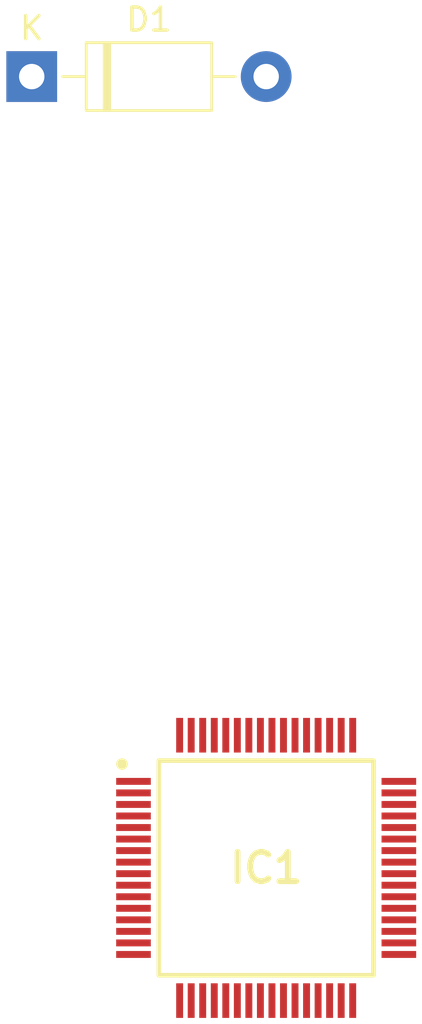
<source format=kicad_pcb>
(kicad_pcb (version 20171130) (host pcbnew "(5.1.4)-1")

  (general
    (thickness 1.6)
    (drawings 0)
    (tracks 0)
    (zones 0)
    (modules 2)
    (nets 65)
  )

  (page A4)
  (layers
    (0 F.Cu signal)
    (31 B.Cu signal)
    (32 B.Adhes user)
    (33 F.Adhes user)
    (34 B.Paste user)
    (35 F.Paste user)
    (36 B.SilkS user)
    (37 F.SilkS user)
    (38 B.Mask user)
    (39 F.Mask user)
    (40 Dwgs.User user)
    (41 Cmts.User user)
    (42 Eco1.User user)
    (43 Eco2.User user)
    (44 Edge.Cuts user)
    (45 Margin user)
    (46 B.CrtYd user)
    (47 F.CrtYd user)
    (48 B.Fab user)
    (49 F.Fab user)
  )

  (setup
    (last_trace_width 0.25)
    (trace_clearance 0.2)
    (zone_clearance 0.508)
    (zone_45_only no)
    (trace_min 0.2)
    (via_size 0.8)
    (via_drill 0.4)
    (via_min_size 0.4)
    (via_min_drill 0.3)
    (uvia_size 0.3)
    (uvia_drill 0.1)
    (uvias_allowed no)
    (uvia_min_size 0.2)
    (uvia_min_drill 0.1)
    (edge_width 0.05)
    (segment_width 0.2)
    (pcb_text_width 0.3)
    (pcb_text_size 1.5 1.5)
    (mod_edge_width 0.12)
    (mod_text_size 1 1)
    (mod_text_width 0.15)
    (pad_size 1.524 1.524)
    (pad_drill 0.762)
    (pad_to_mask_clearance 0.051)
    (solder_mask_min_width 0.25)
    (aux_axis_origin 0 0)
    (visible_elements FFFFFF7F)
    (pcbplotparams
      (layerselection 0x010fc_ffffffff)
      (usegerberextensions false)
      (usegerberattributes false)
      (usegerberadvancedattributes false)
      (creategerberjobfile false)
      (excludeedgelayer true)
      (linewidth 0.100000)
      (plotframeref false)
      (viasonmask false)
      (mode 1)
      (useauxorigin false)
      (hpglpennumber 1)
      (hpglpenspeed 20)
      (hpglpendiameter 15.000000)
      (psnegative false)
      (psa4output false)
      (plotreference true)
      (plotvalue true)
      (plotinvisibletext false)
      (padsonsilk false)
      (subtractmaskfromsilk false)
      (outputformat 1)
      (mirror false)
      (drillshape 1)
      (scaleselection 1)
      (outputdirectory ""))
  )

  (net 0 "")
  (net 1 "Net-(IC1-Pad1)")
  (net 2 "Net-(IC1-Pad2)")
  (net 3 "Net-(IC1-Pad3)")
  (net 4 "Net-(IC1-Pad4)")
  (net 5 "Net-(IC1-Pad5)")
  (net 6 "Net-(IC1-Pad6)")
  (net 7 "Net-(IC1-Pad7)")
  (net 8 "Net-(IC1-Pad8)")
  (net 9 "Net-(IC1-Pad9)")
  (net 10 "Net-(IC1-Pad10)")
  (net 11 "Net-(IC1-Pad11)")
  (net 12 "Net-(IC1-Pad12)")
  (net 13 "Net-(IC1-Pad13)")
  (net 14 "Net-(IC1-Pad14)")
  (net 15 "Net-(IC1-Pad15)")
  (net 16 "Net-(IC1-Pad16)")
  (net 17 "Net-(IC1-Pad17)")
  (net 18 "Net-(IC1-Pad18)")
  (net 19 "Net-(IC1-Pad19)")
  (net 20 "Net-(IC1-Pad20)")
  (net 21 "Net-(IC1-Pad21)")
  (net 22 "Net-(IC1-Pad22)")
  (net 23 "Net-(IC1-Pad23)")
  (net 24 "Net-(IC1-Pad24)")
  (net 25 "Net-(IC1-Pad25)")
  (net 26 "Net-(IC1-Pad26)")
  (net 27 "Net-(IC1-Pad27)")
  (net 28 "Net-(IC1-Pad28)")
  (net 29 "Net-(IC1-Pad29)")
  (net 30 "Net-(IC1-Pad30)")
  (net 31 "Net-(IC1-Pad31)")
  (net 32 "Net-(IC1-Pad32)")
  (net 33 "Net-(IC1-Pad33)")
  (net 34 "Net-(IC1-Pad34)")
  (net 35 "Net-(IC1-Pad35)")
  (net 36 "Net-(IC1-Pad36)")
  (net 37 "Net-(IC1-Pad37)")
  (net 38 "Net-(IC1-Pad38)")
  (net 39 "Net-(IC1-Pad39)")
  (net 40 "Net-(IC1-Pad40)")
  (net 41 "Net-(IC1-Pad41)")
  (net 42 "Net-(IC1-Pad42)")
  (net 43 "Net-(IC1-Pad43)")
  (net 44 "Net-(IC1-Pad44)")
  (net 45 "Net-(IC1-Pad45)")
  (net 46 "Net-(IC1-Pad46)")
  (net 47 "Net-(IC1-Pad47)")
  (net 48 "Net-(IC1-Pad48)")
  (net 49 GND)
  (net 50 "Net-(IC1-Pad50)")
  (net 51 "Net-(IC1-Pad51)")
  (net 52 "Net-(IC1-Pad52)")
  (net 53 "Net-(IC1-Pad53)")
  (net 54 "Net-(IC1-Pad54)")
  (net 55 "Net-(IC1-Pad55)")
  (net 56 "Net-(IC1-Pad56)")
  (net 57 "Net-(IC1-Pad57)")
  (net 58 "Net-(IC1-Pad58)")
  (net 59 "Net-(IC1-Pad59)")
  (net 60 "Net-(IC1-Pad60)")
  (net 61 "Net-(IC1-Pad61)")
  (net 62 "Net-(IC1-Pad62)")
  (net 63 "Net-(IC1-Pad64)")
  (net 64 "Net-(D1-Pad1)")

  (net_class Default "This is the default net class."
    (clearance 0.2)
    (trace_width 0.25)
    (via_dia 0.8)
    (via_drill 0.4)
    (uvia_dia 0.3)
    (uvia_drill 0.1)
    (add_net GND)
    (add_net "Net-(D1-Pad1)")
    (add_net "Net-(IC1-Pad1)")
    (add_net "Net-(IC1-Pad10)")
    (add_net "Net-(IC1-Pad11)")
    (add_net "Net-(IC1-Pad12)")
    (add_net "Net-(IC1-Pad13)")
    (add_net "Net-(IC1-Pad14)")
    (add_net "Net-(IC1-Pad15)")
    (add_net "Net-(IC1-Pad16)")
    (add_net "Net-(IC1-Pad17)")
    (add_net "Net-(IC1-Pad18)")
    (add_net "Net-(IC1-Pad19)")
    (add_net "Net-(IC1-Pad2)")
    (add_net "Net-(IC1-Pad20)")
    (add_net "Net-(IC1-Pad21)")
    (add_net "Net-(IC1-Pad22)")
    (add_net "Net-(IC1-Pad23)")
    (add_net "Net-(IC1-Pad24)")
    (add_net "Net-(IC1-Pad25)")
    (add_net "Net-(IC1-Pad26)")
    (add_net "Net-(IC1-Pad27)")
    (add_net "Net-(IC1-Pad28)")
    (add_net "Net-(IC1-Pad29)")
    (add_net "Net-(IC1-Pad3)")
    (add_net "Net-(IC1-Pad30)")
    (add_net "Net-(IC1-Pad31)")
    (add_net "Net-(IC1-Pad32)")
    (add_net "Net-(IC1-Pad33)")
    (add_net "Net-(IC1-Pad34)")
    (add_net "Net-(IC1-Pad35)")
    (add_net "Net-(IC1-Pad36)")
    (add_net "Net-(IC1-Pad37)")
    (add_net "Net-(IC1-Pad38)")
    (add_net "Net-(IC1-Pad39)")
    (add_net "Net-(IC1-Pad4)")
    (add_net "Net-(IC1-Pad40)")
    (add_net "Net-(IC1-Pad41)")
    (add_net "Net-(IC1-Pad42)")
    (add_net "Net-(IC1-Pad43)")
    (add_net "Net-(IC1-Pad44)")
    (add_net "Net-(IC1-Pad45)")
    (add_net "Net-(IC1-Pad46)")
    (add_net "Net-(IC1-Pad47)")
    (add_net "Net-(IC1-Pad48)")
    (add_net "Net-(IC1-Pad5)")
    (add_net "Net-(IC1-Pad50)")
    (add_net "Net-(IC1-Pad51)")
    (add_net "Net-(IC1-Pad52)")
    (add_net "Net-(IC1-Pad53)")
    (add_net "Net-(IC1-Pad54)")
    (add_net "Net-(IC1-Pad55)")
    (add_net "Net-(IC1-Pad56)")
    (add_net "Net-(IC1-Pad57)")
    (add_net "Net-(IC1-Pad58)")
    (add_net "Net-(IC1-Pad59)")
    (add_net "Net-(IC1-Pad6)")
    (add_net "Net-(IC1-Pad60)")
    (add_net "Net-(IC1-Pad61)")
    (add_net "Net-(IC1-Pad62)")
    (add_net "Net-(IC1-Pad64)")
    (add_net "Net-(IC1-Pad7)")
    (add_net "Net-(IC1-Pad8)")
    (add_net "Net-(IC1-Pad9)")
  )

  (module Diode_THT:D_DO-41_SOD81_P10.16mm_Horizontal (layer F.Cu) (tedit 5AE50CD5) (tstamp 5D93BCA1)
    (at 127 46.99)
    (descr "Diode, DO-41_SOD81 series, Axial, Horizontal, pin pitch=10.16mm, , length*diameter=5.2*2.7mm^2, , http://www.diodes.com/_files/packages/DO-41%20(Plastic).pdf")
    (tags "Diode DO-41_SOD81 series Axial Horizontal pin pitch 10.16mm  length 5.2mm diameter 2.7mm")
    (path /5D94A5FF)
    (fp_text reference D1 (at 5.08 -2.47) (layer F.SilkS)
      (effects (font (size 1 1) (thickness 0.15)))
    )
    (fp_text value 1N4005 (at 5.08 2.47) (layer F.Fab)
      (effects (font (size 1 1) (thickness 0.15)))
    )
    (fp_text user K (at 0 -2.1) (layer F.SilkS)
      (effects (font (size 1 1) (thickness 0.15)))
    )
    (fp_text user K (at 0 -2.1) (layer F.Fab)
      (effects (font (size 1 1) (thickness 0.15)))
    )
    (fp_text user %R (at 5.47 0) (layer F.Fab)
      (effects (font (size 1 1) (thickness 0.15)))
    )
    (fp_line (start 11.51 -1.6) (end -1.35 -1.6) (layer F.CrtYd) (width 0.05))
    (fp_line (start 11.51 1.6) (end 11.51 -1.6) (layer F.CrtYd) (width 0.05))
    (fp_line (start -1.35 1.6) (end 11.51 1.6) (layer F.CrtYd) (width 0.05))
    (fp_line (start -1.35 -1.6) (end -1.35 1.6) (layer F.CrtYd) (width 0.05))
    (fp_line (start 3.14 -1.47) (end 3.14 1.47) (layer F.SilkS) (width 0.12))
    (fp_line (start 3.38 -1.47) (end 3.38 1.47) (layer F.SilkS) (width 0.12))
    (fp_line (start 3.26 -1.47) (end 3.26 1.47) (layer F.SilkS) (width 0.12))
    (fp_line (start 8.82 0) (end 7.8 0) (layer F.SilkS) (width 0.12))
    (fp_line (start 1.34 0) (end 2.36 0) (layer F.SilkS) (width 0.12))
    (fp_line (start 7.8 -1.47) (end 2.36 -1.47) (layer F.SilkS) (width 0.12))
    (fp_line (start 7.8 1.47) (end 7.8 -1.47) (layer F.SilkS) (width 0.12))
    (fp_line (start 2.36 1.47) (end 7.8 1.47) (layer F.SilkS) (width 0.12))
    (fp_line (start 2.36 -1.47) (end 2.36 1.47) (layer F.SilkS) (width 0.12))
    (fp_line (start 3.16 -1.35) (end 3.16 1.35) (layer F.Fab) (width 0.1))
    (fp_line (start 3.36 -1.35) (end 3.36 1.35) (layer F.Fab) (width 0.1))
    (fp_line (start 3.26 -1.35) (end 3.26 1.35) (layer F.Fab) (width 0.1))
    (fp_line (start 10.16 0) (end 7.68 0) (layer F.Fab) (width 0.1))
    (fp_line (start 0 0) (end 2.48 0) (layer F.Fab) (width 0.1))
    (fp_line (start 7.68 -1.35) (end 2.48 -1.35) (layer F.Fab) (width 0.1))
    (fp_line (start 7.68 1.35) (end 7.68 -1.35) (layer F.Fab) (width 0.1))
    (fp_line (start 2.48 1.35) (end 7.68 1.35) (layer F.Fab) (width 0.1))
    (fp_line (start 2.48 -1.35) (end 2.48 1.35) (layer F.Fab) (width 0.1))
    (pad 2 thru_hole oval (at 10.16 0) (size 2.2 2.2) (drill 1.1) (layers *.Cu *.Mask)
      (net 49 GND))
    (pad 1 thru_hole rect (at 0 0) (size 2.2 2.2) (drill 1.1) (layers *.Cu *.Mask)
      (net 64 "Net-(D1-Pad1)"))
    (model ${KISYS3DMOD}/Diode_THT.3dshapes/D_DO-41_SOD81_P10.16mm_Horizontal.wrl
      (at (xyz 0 0 0))
      (scale (xyz 1 1 1))
      (rotate (xyz 0 0 0))
    )
  )

  (module Package_QFP:QFP50P1200X1200X145-64N (layer F.Cu) (tedit 0) (tstamp 5D93BACA)
    (at 137.16 81.28)
    (descr "64-Pin TQFP 10 ? 10 ? 1.4 mm%0%0")
    (tags "Integrated Circuit")
    (path /5D942B98)
    (attr smd)
    (fp_text reference IC1 (at 0 0) (layer F.SilkS)
      (effects (font (size 1.27 1.27) (thickness 0.254)))
    )
    (fp_text value CY8C4247AZI-M485 (at 0 0) (layer F.SilkS) hide
      (effects (font (size 1.27 1.27) (thickness 0.254)))
    )
    (fp_text user %R (at 0 0) (layer F.Fab)
      (effects (font (size 1.27 1.27) (thickness 0.254)))
    )
    (fp_line (start -6.75 -6.75) (end 6.75 -6.75) (layer F.CrtYd) (width 0.05))
    (fp_line (start 6.75 -6.75) (end 6.75 6.75) (layer F.CrtYd) (width 0.05))
    (fp_line (start 6.75 6.75) (end -6.75 6.75) (layer F.CrtYd) (width 0.05))
    (fp_line (start -6.75 6.75) (end -6.75 -6.75) (layer F.CrtYd) (width 0.05))
    (fp_line (start -5 -5) (end 5 -5) (layer F.Fab) (width 0.1))
    (fp_line (start 5 -5) (end 5 5) (layer F.Fab) (width 0.1))
    (fp_line (start 5 5) (end -5 5) (layer F.Fab) (width 0.1))
    (fp_line (start -5 5) (end -5 -5) (layer F.Fab) (width 0.1))
    (fp_line (start -5 -4.5) (end -4.5 -5) (layer F.Fab) (width 0.1))
    (fp_line (start -4.65 -4.65) (end 4.65 -4.65) (layer F.SilkS) (width 0.2))
    (fp_line (start 4.65 -4.65) (end 4.65 4.65) (layer F.SilkS) (width 0.2))
    (fp_line (start 4.65 4.65) (end -4.65 4.65) (layer F.SilkS) (width 0.2))
    (fp_line (start -4.65 4.65) (end -4.65 -4.65) (layer F.SilkS) (width 0.2))
    (fp_circle (center -6.25 -4.5) (end -6.25 -4.375) (layer F.SilkS) (width 0.25))
    (pad 1 smd rect (at -5.75 -3.75 90) (size 0.3 1.5) (layers F.Cu F.Paste F.Mask)
      (net 1 "Net-(IC1-Pad1)"))
    (pad 2 smd rect (at -5.75 -3.25 90) (size 0.3 1.5) (layers F.Cu F.Paste F.Mask)
      (net 2 "Net-(IC1-Pad2)"))
    (pad 3 smd rect (at -5.75 -2.75 90) (size 0.3 1.5) (layers F.Cu F.Paste F.Mask)
      (net 3 "Net-(IC1-Pad3)"))
    (pad 4 smd rect (at -5.75 -2.25 90) (size 0.3 1.5) (layers F.Cu F.Paste F.Mask)
      (net 4 "Net-(IC1-Pad4)"))
    (pad 5 smd rect (at -5.75 -1.75 90) (size 0.3 1.5) (layers F.Cu F.Paste F.Mask)
      (net 5 "Net-(IC1-Pad5)"))
    (pad 6 smd rect (at -5.75 -1.25 90) (size 0.3 1.5) (layers F.Cu F.Paste F.Mask)
      (net 6 "Net-(IC1-Pad6)"))
    (pad 7 smd rect (at -5.75 -0.75 90) (size 0.3 1.5) (layers F.Cu F.Paste F.Mask)
      (net 7 "Net-(IC1-Pad7)"))
    (pad 8 smd rect (at -5.75 -0.25 90) (size 0.3 1.5) (layers F.Cu F.Paste F.Mask)
      (net 8 "Net-(IC1-Pad8)"))
    (pad 9 smd rect (at -5.75 0.25 90) (size 0.3 1.5) (layers F.Cu F.Paste F.Mask)
      (net 9 "Net-(IC1-Pad9)"))
    (pad 10 smd rect (at -5.75 0.75 90) (size 0.3 1.5) (layers F.Cu F.Paste F.Mask)
      (net 10 "Net-(IC1-Pad10)"))
    (pad 11 smd rect (at -5.75 1.25 90) (size 0.3 1.5) (layers F.Cu F.Paste F.Mask)
      (net 11 "Net-(IC1-Pad11)"))
    (pad 12 smd rect (at -5.75 1.75 90) (size 0.3 1.5) (layers F.Cu F.Paste F.Mask)
      (net 12 "Net-(IC1-Pad12)"))
    (pad 13 smd rect (at -5.75 2.25 90) (size 0.3 1.5) (layers F.Cu F.Paste F.Mask)
      (net 13 "Net-(IC1-Pad13)"))
    (pad 14 smd rect (at -5.75 2.75 90) (size 0.3 1.5) (layers F.Cu F.Paste F.Mask)
      (net 14 "Net-(IC1-Pad14)"))
    (pad 15 smd rect (at -5.75 3.25 90) (size 0.3 1.5) (layers F.Cu F.Paste F.Mask)
      (net 15 "Net-(IC1-Pad15)"))
    (pad 16 smd rect (at -5.75 3.75 90) (size 0.3 1.5) (layers F.Cu F.Paste F.Mask)
      (net 16 "Net-(IC1-Pad16)"))
    (pad 17 smd rect (at -3.75 5.75) (size 0.3 1.5) (layers F.Cu F.Paste F.Mask)
      (net 17 "Net-(IC1-Pad17)"))
    (pad 18 smd rect (at -3.25 5.75) (size 0.3 1.5) (layers F.Cu F.Paste F.Mask)
      (net 18 "Net-(IC1-Pad18)"))
    (pad 19 smd rect (at -2.75 5.75) (size 0.3 1.5) (layers F.Cu F.Paste F.Mask)
      (net 19 "Net-(IC1-Pad19)"))
    (pad 20 smd rect (at -2.25 5.75) (size 0.3 1.5) (layers F.Cu F.Paste F.Mask)
      (net 20 "Net-(IC1-Pad20)"))
    (pad 21 smd rect (at -1.75 5.75) (size 0.3 1.5) (layers F.Cu F.Paste F.Mask)
      (net 21 "Net-(IC1-Pad21)"))
    (pad 22 smd rect (at -1.25 5.75) (size 0.3 1.5) (layers F.Cu F.Paste F.Mask)
      (net 22 "Net-(IC1-Pad22)"))
    (pad 23 smd rect (at -0.75 5.75) (size 0.3 1.5) (layers F.Cu F.Paste F.Mask)
      (net 23 "Net-(IC1-Pad23)"))
    (pad 24 smd rect (at -0.25 5.75) (size 0.3 1.5) (layers F.Cu F.Paste F.Mask)
      (net 24 "Net-(IC1-Pad24)"))
    (pad 25 smd rect (at 0.25 5.75) (size 0.3 1.5) (layers F.Cu F.Paste F.Mask)
      (net 25 "Net-(IC1-Pad25)"))
    (pad 26 smd rect (at 0.75 5.75) (size 0.3 1.5) (layers F.Cu F.Paste F.Mask)
      (net 26 "Net-(IC1-Pad26)"))
    (pad 27 smd rect (at 1.25 5.75) (size 0.3 1.5) (layers F.Cu F.Paste F.Mask)
      (net 27 "Net-(IC1-Pad27)"))
    (pad 28 smd rect (at 1.75 5.75) (size 0.3 1.5) (layers F.Cu F.Paste F.Mask)
      (net 28 "Net-(IC1-Pad28)"))
    (pad 29 smd rect (at 2.25 5.75) (size 0.3 1.5) (layers F.Cu F.Paste F.Mask)
      (net 29 "Net-(IC1-Pad29)"))
    (pad 30 smd rect (at 2.75 5.75) (size 0.3 1.5) (layers F.Cu F.Paste F.Mask)
      (net 30 "Net-(IC1-Pad30)"))
    (pad 31 smd rect (at 3.25 5.75) (size 0.3 1.5) (layers F.Cu F.Paste F.Mask)
      (net 31 "Net-(IC1-Pad31)"))
    (pad 32 smd rect (at 3.75 5.75) (size 0.3 1.5) (layers F.Cu F.Paste F.Mask)
      (net 32 "Net-(IC1-Pad32)"))
    (pad 33 smd rect (at 5.75 3.75 90) (size 0.3 1.5) (layers F.Cu F.Paste F.Mask)
      (net 33 "Net-(IC1-Pad33)"))
    (pad 34 smd rect (at 5.75 3.25 90) (size 0.3 1.5) (layers F.Cu F.Paste F.Mask)
      (net 34 "Net-(IC1-Pad34)"))
    (pad 35 smd rect (at 5.75 2.75 90) (size 0.3 1.5) (layers F.Cu F.Paste F.Mask)
      (net 35 "Net-(IC1-Pad35)"))
    (pad 36 smd rect (at 5.75 2.25 90) (size 0.3 1.5) (layers F.Cu F.Paste F.Mask)
      (net 36 "Net-(IC1-Pad36)"))
    (pad 37 smd rect (at 5.75 1.75 90) (size 0.3 1.5) (layers F.Cu F.Paste F.Mask)
      (net 37 "Net-(IC1-Pad37)"))
    (pad 38 smd rect (at 5.75 1.25 90) (size 0.3 1.5) (layers F.Cu F.Paste F.Mask)
      (net 38 "Net-(IC1-Pad38)"))
    (pad 39 smd rect (at 5.75 0.75 90) (size 0.3 1.5) (layers F.Cu F.Paste F.Mask)
      (net 39 "Net-(IC1-Pad39)"))
    (pad 40 smd rect (at 5.75 0.25 90) (size 0.3 1.5) (layers F.Cu F.Paste F.Mask)
      (net 40 "Net-(IC1-Pad40)"))
    (pad 41 smd rect (at 5.75 -0.25 90) (size 0.3 1.5) (layers F.Cu F.Paste F.Mask)
      (net 41 "Net-(IC1-Pad41)"))
    (pad 42 smd rect (at 5.75 -0.75 90) (size 0.3 1.5) (layers F.Cu F.Paste F.Mask)
      (net 42 "Net-(IC1-Pad42)"))
    (pad 43 smd rect (at 5.75 -1.25 90) (size 0.3 1.5) (layers F.Cu F.Paste F.Mask)
      (net 43 "Net-(IC1-Pad43)"))
    (pad 44 smd rect (at 5.75 -1.75 90) (size 0.3 1.5) (layers F.Cu F.Paste F.Mask)
      (net 44 "Net-(IC1-Pad44)"))
    (pad 45 smd rect (at 5.75 -2.25 90) (size 0.3 1.5) (layers F.Cu F.Paste F.Mask)
      (net 45 "Net-(IC1-Pad45)"))
    (pad 46 smd rect (at 5.75 -2.75 90) (size 0.3 1.5) (layers F.Cu F.Paste F.Mask)
      (net 46 "Net-(IC1-Pad46)"))
    (pad 47 smd rect (at 5.75 -3.25 90) (size 0.3 1.5) (layers F.Cu F.Paste F.Mask)
      (net 47 "Net-(IC1-Pad47)"))
    (pad 48 smd rect (at 5.75 -3.75 90) (size 0.3 1.5) (layers F.Cu F.Paste F.Mask)
      (net 48 "Net-(IC1-Pad48)"))
    (pad 49 smd rect (at 3.75 -5.75) (size 0.3 1.5) (layers F.Cu F.Paste F.Mask)
      (net 49 GND))
    (pad 50 smd rect (at 3.25 -5.75) (size 0.3 1.5) (layers F.Cu F.Paste F.Mask)
      (net 50 "Net-(IC1-Pad50)"))
    (pad 51 smd rect (at 2.75 -5.75) (size 0.3 1.5) (layers F.Cu F.Paste F.Mask)
      (net 51 "Net-(IC1-Pad51)"))
    (pad 52 smd rect (at 2.25 -5.75) (size 0.3 1.5) (layers F.Cu F.Paste F.Mask)
      (net 52 "Net-(IC1-Pad52)"))
    (pad 53 smd rect (at 1.75 -5.75) (size 0.3 1.5) (layers F.Cu F.Paste F.Mask)
      (net 53 "Net-(IC1-Pad53)"))
    (pad 54 smd rect (at 1.25 -5.75) (size 0.3 1.5) (layers F.Cu F.Paste F.Mask)
      (net 54 "Net-(IC1-Pad54)"))
    (pad 55 smd rect (at 0.75 -5.75) (size 0.3 1.5) (layers F.Cu F.Paste F.Mask)
      (net 55 "Net-(IC1-Pad55)"))
    (pad 56 smd rect (at 0.25 -5.75) (size 0.3 1.5) (layers F.Cu F.Paste F.Mask)
      (net 56 "Net-(IC1-Pad56)"))
    (pad 57 smd rect (at -0.25 -5.75) (size 0.3 1.5) (layers F.Cu F.Paste F.Mask)
      (net 57 "Net-(IC1-Pad57)"))
    (pad 58 smd rect (at -0.75 -5.75) (size 0.3 1.5) (layers F.Cu F.Paste F.Mask)
      (net 58 "Net-(IC1-Pad58)"))
    (pad 59 smd rect (at -1.25 -5.75) (size 0.3 1.5) (layers F.Cu F.Paste F.Mask)
      (net 59 "Net-(IC1-Pad59)"))
    (pad 60 smd rect (at -1.75 -5.75) (size 0.3 1.5) (layers F.Cu F.Paste F.Mask)
      (net 60 "Net-(IC1-Pad60)"))
    (pad 61 smd rect (at -2.25 -5.75) (size 0.3 1.5) (layers F.Cu F.Paste F.Mask)
      (net 61 "Net-(IC1-Pad61)"))
    (pad 62 smd rect (at -2.75 -5.75) (size 0.3 1.5) (layers F.Cu F.Paste F.Mask)
      (net 62 "Net-(IC1-Pad62)"))
    (pad 63 smd rect (at -3.25 -5.75) (size 0.3 1.5) (layers F.Cu F.Paste F.Mask)
      (net 64 "Net-(D1-Pad1)"))
    (pad 64 smd rect (at -3.75 -5.75) (size 0.3 1.5) (layers F.Cu F.Paste F.Mask)
      (net 63 "Net-(IC1-Pad64)"))
    (model CY8C4247AZI-M485.stp
      (at (xyz 0 0 0))
      (scale (xyz 1 1 1))
      (rotate (xyz 0 0 0))
    )
  )

)

</source>
